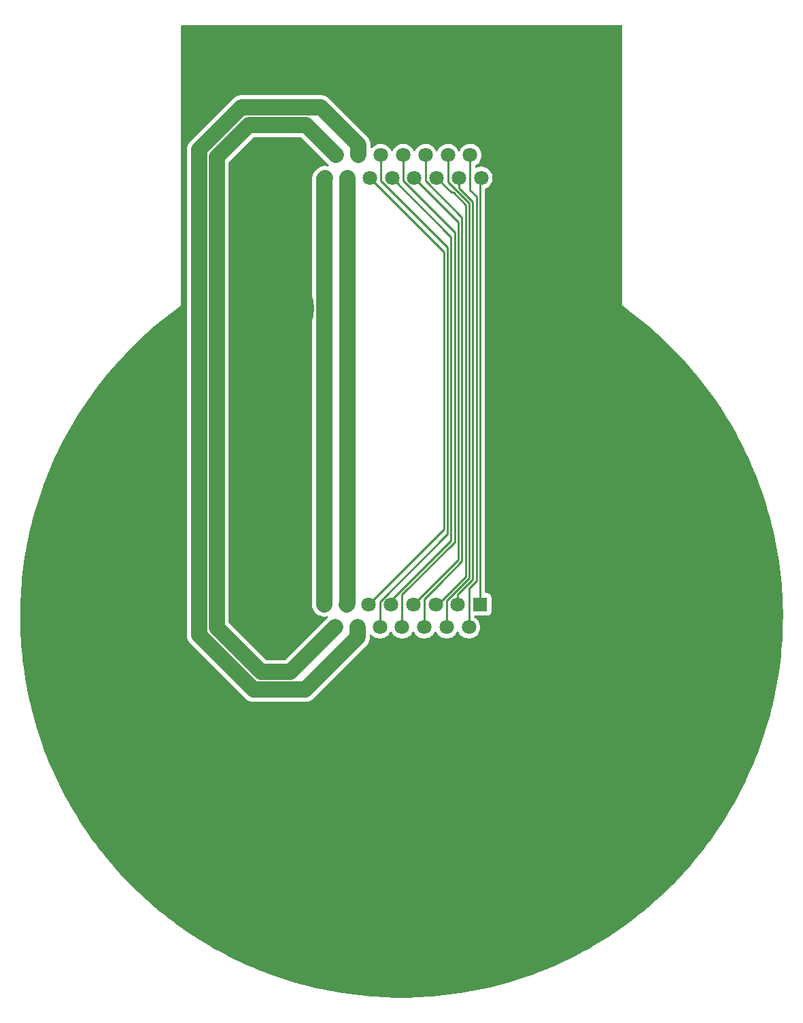
<source format=gbr>
%TF.GenerationSoftware,KiCad,Pcbnew,7.0.9*%
%TF.CreationDate,2024-05-16T17:58:55-06:00*%
%TF.ProjectId,KF50_Stepper_FT_1B_1O,4b463530-5f53-4746-9570-7065725f4654,rev?*%
%TF.SameCoordinates,Original*%
%TF.FileFunction,Copper,L2,Inr*%
%TF.FilePolarity,Positive*%
%FSLAX46Y46*%
G04 Gerber Fmt 4.6, Leading zero omitted, Abs format (unit mm)*
G04 Created by KiCad (PCBNEW 7.0.9) date 2024-05-16 17:58:55*
%MOMM*%
%LPD*%
G01*
G04 APERTURE LIST*
%TA.AperFunction,ComponentPad*%
%ADD10C,6.350000*%
%TD*%
%TA.AperFunction,ComponentPad*%
%ADD11C,1.800000*%
%TD*%
%TA.AperFunction,ComponentPad*%
%ADD12R,1.800000X1.800000*%
%TD*%
%TA.AperFunction,ComponentPad*%
%ADD13C,10.000000*%
%TD*%
%TA.AperFunction,Conductor*%
%ADD14C,2.000000*%
%TD*%
%TA.AperFunction,Conductor*%
%ADD15C,0.250000*%
%TD*%
G04 APERTURE END LIST*
D10*
%TO.N,GND*%
%TO.C,J4*%
X16660000Y56000000D03*
X-16660000Y56000000D03*
D11*
%TO.N,Net-(J3-Pad1)*%
X9860000Y54580000D03*
%TO.N,Net-(J3-Pad2)*%
X7080000Y54580000D03*
%TO.N,Net-(J3-Pad3)*%
X4300000Y54580000D03*
%TO.N,Net-(J3-Pad4)*%
X1520000Y54580000D03*
%TO.N,Net-(J3-Pad5)*%
X-1260000Y54580000D03*
%TO.N,Net-(J3-Pad6)*%
X-4040000Y54580000D03*
%TO.N,Net-(J3-Pad7)*%
X-6820000Y54580000D03*
%TO.N,Net-(J3-Pad8)*%
X-9600000Y54580000D03*
%TO.N,Net-(J3-P9)*%
X8470000Y57420000D03*
%TO.N,Net-(J3-P10)*%
X5690000Y57420000D03*
%TO.N,Net-(J3-P111)*%
X2910000Y57420000D03*
%TO.N,Net-(J3-P12)*%
X130000Y57420000D03*
%TO.N,Net-(J3-P13)*%
X-2650000Y57420000D03*
%TO.N,Net-(J3-P14)*%
X-5430000Y57420000D03*
%TO.N,Net-(J3-P15)*%
X-8210000Y57420000D03*
%TD*%
D10*
%TO.N,GND*%
%TO.C,J3*%
X-16660000Y0D03*
X16660000Y0D03*
D12*
%TO.N,Net-(J3-Pad1)*%
X9700000Y1420000D03*
D11*
%TO.N,Net-(J3-Pad2)*%
X6920000Y1420000D03*
%TO.N,Net-(J3-Pad3)*%
X4160000Y1420000D03*
%TO.N,Net-(J3-Pad4)*%
X1380000Y1420000D03*
%TO.N,Net-(J3-Pad5)*%
X-1380000Y1420000D03*
%TO.N,Net-(J3-Pad6)*%
X-4160000Y1420000D03*
%TO.N,Net-(J3-Pad7)*%
X-6920000Y1420000D03*
%TO.N,Net-(J3-Pad8)*%
X-9700000Y1420000D03*
%TO.N,Net-(J3-P9)*%
X8310000Y-1420000D03*
%TO.N,Net-(J3-P10)*%
X5540000Y-1420000D03*
%TO.N,Net-(J3-P111)*%
X2770000Y-1420000D03*
%TO.N,Net-(J3-P12)*%
X0Y-1420000D03*
%TO.N,Net-(J3-P13)*%
X-2770000Y-1420000D03*
%TO.N,Net-(J3-P14)*%
X-5540000Y-1420000D03*
%TO.N,Net-(J3-P15)*%
X-8310000Y-1420000D03*
%TD*%
D13*
%TO.N,GND*%
%TO.C,H8*%
X38271001Y15821362D03*
%TD*%
%TO.N,GND*%
%TO.C,H7*%
X38271001Y-15941362D03*
%TD*%
%TO.N,GND*%
%TO.C,H6*%
X15811362Y38281001D03*
%TD*%
%TO.N,GND*%
%TO.C,Hm*%
X15811362Y-38401001D03*
%TD*%
%TO.N,GND*%
%TO.C,H4*%
X-15951362Y38281001D03*
%TD*%
%TO.N,GND*%
%TO.C,H3*%
X-15951362Y-38401001D03*
%TD*%
%TO.N,GND*%
%TO.C,H2*%
X-38411001Y15821362D03*
%TD*%
%TO.N,GND*%
%TO.C,H1*%
X-38411001Y-15941362D03*
%TD*%
D14*
%TO.N,Net-(J3-P14)*%
X-5430000Y58692792D02*
X-5430000Y57420000D01*
X-10137208Y63400000D02*
X-5430000Y58692792D01*
X-20011270Y63400000D02*
X-10137208Y63400000D01*
X-25300000Y58111270D02*
X-20011270Y63400000D01*
X-25300000Y-2411270D02*
X-25300000Y58111270D01*
X-18506270Y-9205000D02*
X-25300000Y-2411270D01*
X-12052208Y-9205000D02*
X-18506270Y-9205000D01*
X-5540000Y-2692792D02*
X-12052208Y-9205000D01*
X-5540000Y-1420000D02*
X-5540000Y-2692792D01*
%TO.N,Net-(J3-P15)*%
X-13895000Y-7005000D02*
X-17595000Y-7005000D01*
X-17595000Y-7005000D02*
X-23100000Y-1500000D01*
X-23100000Y-1500000D02*
X-23100000Y57200000D01*
X-8310000Y-1420000D02*
X-13895000Y-7005000D01*
X-11990000Y61200000D02*
X-8210000Y57420000D01*
X-23100000Y57200000D02*
X-19100000Y61200000D01*
X-19100000Y61200000D02*
X-11990000Y61200000D01*
%TO.N,Net-(J3-Pad8)*%
X-9700000Y54480000D02*
X-9600000Y54580000D01*
X-9700000Y1420000D02*
X-9700000Y54480000D01*
%TO.N,Net-(J3-Pad7)*%
X-6820000Y54580000D02*
X-6820000Y1520000D01*
X-6820000Y1520000D02*
X-6920000Y1420000D01*
D15*
%TO.N,Net-(J3-Pad6)*%
X5200000Y45340000D02*
X-4040000Y54580000D01*
X5200000Y10780000D02*
X5200000Y45340000D01*
X-4160000Y1420000D02*
X5200000Y10780000D01*
%TO.N,Net-(J3-P13)*%
X-2650000Y54237588D02*
X-2650000Y57420000D01*
X5650000Y45937588D02*
X-2650000Y54237588D01*
X5650000Y10182412D02*
X5650000Y45937588D01*
X-2770000Y1762412D02*
X5650000Y10182412D01*
X-2770000Y-1420000D02*
X-2770000Y1762412D01*
%TO.N,Net-(J3-Pad5)*%
X6100000Y47220000D02*
X-1260000Y54580000D01*
X-1380000Y1906396D02*
X6100000Y9386396D01*
X6100000Y9386396D02*
X6100000Y47220000D01*
X-1380000Y1420000D02*
X-1380000Y1906396D01*
%TO.N,Net-(J3-P12)*%
X0Y2650000D02*
X0Y-1420000D01*
X6550000Y9200000D02*
X0Y2650000D01*
X6550000Y47817588D02*
X6550000Y9200000D01*
X130000Y54237588D02*
X6550000Y47817588D01*
X130000Y57420000D02*
X130000Y54237588D01*
%TO.N,Net-(J3-Pad4)*%
X7000000Y6986396D02*
X7000000Y49100000D01*
X5756802Y5743198D02*
X7000000Y6986396D01*
X5703198Y5743198D02*
X5756802Y5743198D01*
X7000000Y49100000D02*
X1520000Y54580000D01*
X1380000Y1420000D02*
X5703198Y5743198D01*
%TO.N,Net-(J3-P111)*%
X4588794Y3938794D02*
X7450000Y6800000D01*
X4588794Y3911206D02*
X4588794Y3938794D01*
X7450000Y49697588D02*
X7450000Y6800000D01*
X4588794Y3911206D02*
X2770000Y2092412D01*
X2770000Y2092412D02*
X2770000Y-1420000D01*
X2910000Y54237588D02*
X7450000Y49697588D01*
X2910000Y57420000D02*
X2910000Y54237588D01*
%TO.N,Net-(J3-Pad3)*%
X6363604Y52763604D02*
X6116396Y52763604D01*
X7900000Y51227208D02*
X6363604Y52763604D01*
X7900000Y4899188D02*
X7900000Y51227208D01*
X6116396Y52763604D02*
X4300000Y54580000D01*
X4420812Y1420000D02*
X7900000Y4899188D01*
X4160000Y1420000D02*
X4420812Y1420000D01*
%TO.N,Net-(J3-P10)*%
X5540000Y1902792D02*
X5540000Y-1420000D01*
X8350000Y4712792D02*
X5540000Y1902792D01*
X8350000Y51413604D02*
X8350000Y4712792D01*
X5690000Y54073604D02*
X8350000Y51413604D01*
X5690000Y57420000D02*
X5690000Y54073604D01*
%TO.N,Net-(J3-Pad2)*%
X8800000Y51600000D02*
X7080000Y53320000D01*
X7080000Y53320000D02*
X7080000Y54580000D01*
X6920000Y2646396D02*
X8800000Y4526396D01*
X6920000Y1420000D02*
X6920000Y2646396D01*
X8800000Y4526396D02*
X8800000Y51600000D01*
%TO.N,Net-(J3-P9)*%
X8470000Y53080000D02*
X8470000Y57420000D01*
X9250000Y52300000D02*
X8470000Y53080000D01*
X9250000Y4340000D02*
X9250000Y52300000D01*
X8310000Y3400000D02*
X9250000Y4340000D01*
X8310000Y-1420000D02*
X8310000Y3400000D01*
%TO.N,Net-(J3-Pad1)*%
X9700000Y1420000D02*
X9700000Y54420000D01*
X9700000Y54420000D02*
X9860000Y54580000D01*
%TD*%
%TA.AperFunction,Conductor*%
%TO.N,GND*%
G36*
X-12595851Y59679815D02*
G01*
X-12575209Y59663181D01*
X-9227129Y56315100D01*
X-9200709Y56292724D01*
X-9167656Y56264730D01*
X-9129223Y56206383D01*
X-9128435Y56136518D01*
X-9165545Y56077318D01*
X-9228769Y56047578D01*
X-9283178Y56051263D01*
X-9291019Y56053598D01*
X-9537779Y56084357D01*
X-9786237Y56074080D01*
X-10029614Y56023049D01*
X-10029621Y56023045D01*
X-10029625Y56023045D01*
X-10044204Y56017356D01*
X-10261274Y55932655D01*
X-10474894Y55805366D01*
X-10613777Y55687737D01*
X-10617121Y55684905D01*
X-10617122Y55684905D01*
X-10692413Y55609613D01*
X-10698170Y55604528D01*
X-10719744Y55587738D01*
X-10782950Y55519077D01*
X-10804902Y55497126D01*
X-10824966Y55473435D01*
X-10888164Y55404785D01*
X-10903117Y55381894D01*
X-10907697Y55375754D01*
X-10925366Y55354894D01*
X-10973139Y55274720D01*
X-11024173Y55196607D01*
X-11035149Y55171581D01*
X-11038659Y55164761D01*
X-11052656Y55141274D01*
X-11086579Y55054335D01*
X-11124063Y54968881D01*
X-11130774Y54942374D01*
X-11133112Y54935077D01*
X-11143049Y54909614D01*
X-11162198Y54818288D01*
X-11185108Y54727821D01*
X-11187364Y54700587D01*
X-11188472Y54692982D01*
X-11194081Y54666237D01*
X-11197937Y54572990D01*
X-11200500Y54542067D01*
X-11200500Y54511035D01*
X-11204357Y54417779D01*
X-11200976Y54390656D01*
X-11200500Y54382981D01*
X-11200500Y1357935D01*
X-11185109Y1172186D01*
X-11185107Y1172175D01*
X-11124063Y931118D01*
X-11024173Y703393D01*
X-10888166Y495217D01*
X-10888164Y495215D01*
X-10719744Y312262D01*
X-10527268Y162452D01*
X-10523506Y159524D01*
X-10304811Y41172D01*
X-10304802Y41169D01*
X-10218437Y11520D01*
X-10069614Y-39571D01*
X-9824335Y-80500D01*
X-9575666Y-80500D01*
X-9575665Y-80500D01*
X-9365386Y-45411D01*
X-9296024Y-53793D01*
X-9242201Y-98346D01*
X-9221011Y-164924D01*
X-9239179Y-232391D01*
X-9264838Y-262342D01*
X-9311479Y-301845D01*
X-9327126Y-315098D01*
X-9327128Y-315100D01*
X-9327129Y-315100D01*
X-14480209Y-5468181D01*
X-14541532Y-5501666D01*
X-14567890Y-5504500D01*
X-16922111Y-5504500D01*
X-16989150Y-5484815D01*
X-17009792Y-5468181D01*
X-21563181Y-914791D01*
X-21596666Y-853468D01*
X-21599500Y-827110D01*
X-21599500Y56527110D01*
X-21579815Y56594149D01*
X-21563181Y56614791D01*
X-18514791Y59663181D01*
X-18453468Y59696666D01*
X-18427110Y59699500D01*
X-12662890Y59699500D01*
X-12595851Y59679815D01*
G37*
%TD.AperFunction*%
%TA.AperFunction,Conductor*%
G36*
X27372539Y73619648D02*
G01*
X27418294Y73566844D01*
X27429500Y73515333D01*
X27429500Y38679588D01*
X27425110Y38664639D01*
X27429512Y38638471D01*
X27432839Y38635662D01*
X27441615Y38630709D01*
X28535360Y37830123D01*
X29617208Y36989268D01*
X30674352Y36117558D01*
X31705912Y35215719D01*
X32657958Y34333671D01*
X32712403Y34283154D01*
X33562460Y33448763D01*
X33692883Y33320510D01*
X34466608Y32515929D01*
X34645097Y32329921D01*
X35358500Y31543896D01*
X35568255Y31312210D01*
X36231711Y30537439D01*
X36461574Y30268245D01*
X37081614Y29500411D01*
X37324347Y29198849D01*
X37905786Y28434734D01*
X38155812Y28104965D01*
X38702071Y27342403D01*
X38955301Y26987474D01*
X39468979Y26224852D01*
X39722120Y25847345D01*
X40205198Y25083491D01*
X40455641Y24685515D01*
X40909628Y23919613D01*
X41155244Y23502964D01*
X41581212Y22734638D01*
X41820362Y22300652D01*
X42219086Y21529844D01*
X42450436Y21079586D01*
X42822802Y20305825D01*
X43044897Y19840872D01*
X43391558Y19063936D01*
X43603288Y18585467D01*
X43924587Y17805670D01*
X44125145Y17314412D01*
X44421480Y16531846D01*
X44610009Y16028820D01*
X44881689Y15243700D01*
X45057493Y14729727D01*
X45304818Y13942174D01*
X45467200Y13418276D01*
X45690380Y12628616D01*
X45838815Y12095494D01*
X46037994Y11304217D01*
X46172017Y10762499D01*
X46347372Y9969957D01*
X46466518Y9420456D01*
X46618221Y8626944D01*
X46722078Y8070458D01*
X46850279Y7276318D01*
X46938482Y6713656D01*
X47043307Y5919306D01*
X47115552Y5351161D01*
X47197108Y4557176D01*
X47253144Y3984075D01*
X47311552Y3190956D01*
X47351135Y2613626D01*
X47386527Y1821723D01*
X47409447Y1240915D01*
X47421943Y450862D01*
X47428031Y-132951D01*
X47417765Y-920656D01*
X47406871Y-1506723D01*
X47373981Y-2291633D01*
X47345986Y-2879336D01*
X47290613Y-3660951D01*
X47245427Y-4249584D01*
X47167717Y-5027430D01*
X47105280Y-5616342D01*
X47005402Y-6389803D01*
X46925654Y-6978524D01*
X46803795Y-7746973D01*
X46706709Y-8334914D01*
X46563022Y-9098003D01*
X46448633Y-9684356D01*
X46283320Y-10441501D01*
X46151620Y-11025839D01*
X45964915Y-11776382D01*
X45815940Y-12358135D01*
X45608027Y-13101684D01*
X45441873Y-13680141D01*
X45212971Y-14416191D01*
X45029725Y-14990781D01*
X44780082Y-15718772D01*
X44579842Y-16288953D01*
X44309713Y-17008354D01*
X44092604Y-17573561D01*
X43802239Y-18283888D01*
X43568417Y-18843534D01*
X43258111Y-19544229D01*
X43007719Y-20097817D01*
X42677751Y-20788391D01*
X42410977Y-21335359D01*
X42061661Y-22015284D01*
X41778698Y-22555112D01*
X41410359Y-23223877D01*
X41111398Y-23756082D01*
X40724344Y-24413227D01*
X40409661Y-24937217D01*
X40004238Y-25582250D01*
X39674043Y-26097584D01*
X39250634Y-26729983D01*
X38905177Y-27236183D01*
X38464105Y-27855542D01*
X38103721Y-28352041D01*
X37645387Y-28957866D01*
X37270299Y-29444289D01*
X36795126Y-30036089D01*
X36405658Y-30511949D01*
X35914056Y-31089277D01*
X35510469Y-31554189D01*
X35002857Y-32116612D01*
X34585561Y-32570047D01*
X34062281Y-33117236D01*
X33631665Y-33558726D01*
X33093160Y-34090259D01*
X32649569Y-34519408D01*
X32096319Y-35034850D01*
X31640074Y-35451306D01*
X31072621Y-35950195D01*
X30604055Y-36353614D01*
X30022809Y-36835628D01*
X29542396Y-37225561D01*
X28947831Y-37690342D01*
X28455968Y-38066435D01*
X27848579Y-38513628D01*
X27345669Y-38875542D01*
X26725935Y-39304820D01*
X26212456Y-39652182D01*
X25580894Y-40063215D01*
X25057263Y-40395722D01*
X24414372Y-40788205D01*
X23881020Y-41105556D01*
X23227412Y-41479141D01*
X22684765Y-41781062D01*
X22020922Y-42135496D01*
X21469454Y-42421698D01*
X20795929Y-42756705D01*
X20236202Y-43026881D01*
X19553450Y-43342250D01*
X18985916Y-43596167D01*
X18294583Y-43891612D01*
X17719688Y-44129054D01*
X17020379Y-44404335D01*
X16438584Y-44625097D01*
X15731817Y-44880024D01*
X15143688Y-45083876D01*
X14430047Y-45318250D01*
X13836076Y-45505011D01*
X13116106Y-45718664D01*
X12516856Y-45888147D01*
X11791155Y-46080909D01*
X11187060Y-46232982D01*
X10456285Y-46404690D01*
X9847906Y-46539203D01*
X9112561Y-46689744D01*
X8500411Y-46806576D01*
X7761224Y-46935811D01*
X7145773Y-47034863D01*
X6403213Y-47142716D01*
X5785184Y-47223868D01*
X5039792Y-47310262D01*
X4419647Y-47373453D01*
X3672132Y-47438307D01*
X3050344Y-47483487D01*
X2301359Y-47526748D01*
X1678424Y-47553875D01*
X928555Y-47575513D01*
X305106Y-47584558D01*
X-445106Y-47584558D01*
X-1068555Y-47575513D01*
X-1818424Y-47553875D01*
X-2441359Y-47526748D01*
X-3190344Y-47483487D01*
X-3812132Y-47438307D01*
X-4559647Y-47373453D01*
X-5179792Y-47310262D01*
X-5925184Y-47223868D01*
X-6543213Y-47142716D01*
X-7285773Y-47034863D01*
X-7901224Y-46935811D01*
X-8640411Y-46806576D01*
X-9252561Y-46689744D01*
X-9987906Y-46539203D01*
X-10596285Y-46404690D01*
X-11327060Y-46232982D01*
X-11931155Y-46080909D01*
X-12656856Y-45888147D01*
X-13256106Y-45718664D01*
X-13976076Y-45505011D01*
X-14570047Y-45318250D01*
X-15283688Y-45083876D01*
X-15871817Y-44880024D01*
X-16578584Y-44625097D01*
X-17160379Y-44404335D01*
X-17859688Y-44129054D01*
X-18434583Y-43891612D01*
X-19125916Y-43596167D01*
X-19693450Y-43342250D01*
X-20376202Y-43026881D01*
X-20935929Y-42756705D01*
X-21609454Y-42421698D01*
X-22160922Y-42135496D01*
X-22824765Y-41781062D01*
X-23367412Y-41479141D01*
X-24021020Y-41105556D01*
X-24554372Y-40788205D01*
X-25197263Y-40395722D01*
X-25720894Y-40063215D01*
X-26352456Y-39652182D01*
X-26865935Y-39304820D01*
X-27485669Y-38875542D01*
X-27988579Y-38513628D01*
X-28595968Y-38066435D01*
X-29087831Y-37690342D01*
X-29682396Y-37225561D01*
X-30162809Y-36835628D01*
X-30744055Y-36353614D01*
X-31212621Y-35950195D01*
X-31780074Y-35451306D01*
X-32236319Y-35034850D01*
X-32789569Y-34519408D01*
X-33233160Y-34090259D01*
X-33771665Y-33558726D01*
X-34202281Y-33117236D01*
X-34725561Y-32570047D01*
X-35142857Y-32116612D01*
X-35650469Y-31554189D01*
X-36054056Y-31089277D01*
X-36545658Y-30511949D01*
X-36935126Y-30036089D01*
X-37410299Y-29444289D01*
X-37785387Y-28957866D01*
X-38243721Y-28352041D01*
X-38604105Y-27855542D01*
X-39045177Y-27236183D01*
X-39390634Y-26729983D01*
X-39814043Y-26097584D01*
X-40144238Y-25582250D01*
X-40549661Y-24937217D01*
X-40864344Y-24413227D01*
X-41251398Y-23756082D01*
X-41550359Y-23223877D01*
X-41918698Y-22555112D01*
X-42201661Y-22015284D01*
X-42550977Y-21335359D01*
X-42817751Y-20788391D01*
X-43147719Y-20097817D01*
X-43398111Y-19544229D01*
X-43708417Y-18843534D01*
X-43942239Y-18283888D01*
X-44232604Y-17573561D01*
X-44449713Y-17008354D01*
X-44719842Y-16288953D01*
X-44920082Y-15718772D01*
X-45169725Y-14990781D01*
X-45352971Y-14416191D01*
X-45581873Y-13680141D01*
X-45748027Y-13101684D01*
X-45955940Y-12358135D01*
X-46104915Y-11776382D01*
X-46291620Y-11025839D01*
X-46423320Y-10441501D01*
X-46588633Y-9684356D01*
X-46703022Y-9098003D01*
X-46846709Y-8334914D01*
X-46943795Y-7746973D01*
X-47065654Y-6978524D01*
X-47145402Y-6389803D01*
X-47245280Y-5616342D01*
X-47307717Y-5027430D01*
X-47385427Y-4249584D01*
X-47430613Y-3660951D01*
X-47485986Y-2879336D01*
X-47511246Y-2349049D01*
X-26804357Y-2349049D01*
X-26800500Y-2442305D01*
X-26800500Y-2473337D01*
X-26797937Y-2504260D01*
X-26794081Y-2597507D01*
X-26788472Y-2624252D01*
X-26787364Y-2631852D01*
X-26785108Y-2659091D01*
X-26762198Y-2749558D01*
X-26743049Y-2840884D01*
X-26733112Y-2866347D01*
X-26730774Y-2873644D01*
X-26724063Y-2900151D01*
X-26686579Y-2985605D01*
X-26652656Y-3072544D01*
X-26638659Y-3096031D01*
X-26635149Y-3102851D01*
X-26624173Y-3127877D01*
X-26573139Y-3205990D01*
X-26525366Y-3286164D01*
X-26507697Y-3307024D01*
X-26503117Y-3313164D01*
X-26488164Y-3336055D01*
X-26424966Y-3404705D01*
X-26404902Y-3428396D01*
X-26382949Y-3450348D01*
X-26319744Y-3519008D01*
X-26298167Y-3535800D01*
X-26292422Y-3540874D01*
X-19635874Y-10197422D01*
X-19630800Y-10203167D01*
X-19614008Y-10224744D01*
X-19545348Y-10287949D01*
X-19523396Y-10309902D01*
X-19499705Y-10329966D01*
X-19431055Y-10393164D01*
X-19408164Y-10408117D01*
X-19402024Y-10412697D01*
X-19381164Y-10430366D01*
X-19300990Y-10478139D01*
X-19222877Y-10529173D01*
X-19197851Y-10540149D01*
X-19191031Y-10543659D01*
X-19167544Y-10557656D01*
X-19080605Y-10591579D01*
X-18995151Y-10629063D01*
X-18968644Y-10635774D01*
X-18961347Y-10638112D01*
X-18935884Y-10648049D01*
X-18844567Y-10667196D01*
X-18754091Y-10690108D01*
X-18726854Y-10692364D01*
X-18719250Y-10693471D01*
X-18692507Y-10699080D01*
X-18599275Y-10702936D01*
X-18568337Y-10705500D01*
X-18568336Y-10705500D01*
X-18537296Y-10705500D01*
X-18444049Y-10709357D01*
X-18428118Y-10707371D01*
X-18416928Y-10705977D01*
X-18409252Y-10705500D01*
X-12149227Y-10705500D01*
X-12141555Y-10705975D01*
X-12114429Y-10709357D01*
X-12021173Y-10705500D01*
X-11990141Y-10705500D01*
X-11959217Y-10702937D01*
X-11865971Y-10699081D01*
X-11854088Y-10696589D01*
X-11839224Y-10693473D01*
X-11831614Y-10692364D01*
X-11804395Y-10690109D01*
X-11804392Y-10690108D01*
X-11804387Y-10690108D01*
X-11713919Y-10667198D01*
X-11622594Y-10648049D01*
X-11597140Y-10638116D01*
X-11589817Y-10635771D01*
X-11588116Y-10635340D01*
X-11563327Y-10629063D01*
X-11515355Y-10608020D01*
X-11477871Y-10591579D01*
X-11390938Y-10557658D01*
X-11390928Y-10557653D01*
X-11380865Y-10551656D01*
X-11367451Y-10543663D01*
X-11360620Y-10540147D01*
X-11335601Y-10529173D01*
X-11308520Y-10511480D01*
X-11257486Y-10478139D01*
X-11177321Y-10430370D01*
X-11177314Y-10430366D01*
X-11156458Y-10412702D01*
X-11150294Y-10408106D01*
X-11127426Y-10393166D01*
X-11127425Y-10393165D01*
X-11127423Y-10393164D01*
X-11058772Y-10329966D01*
X-11035082Y-10309902D01*
X-11035074Y-10309894D01*
X-11013129Y-10287950D01*
X-10944473Y-10224747D01*
X-10944472Y-10224746D01*
X-10944470Y-10224744D01*
X-10927681Y-10203174D01*
X-10922592Y-10197412D01*
X-4547587Y-3822407D01*
X-4541822Y-3817316D01*
X-4520257Y-3800531D01*
X-4457049Y-3731870D01*
X-4435100Y-3709921D01*
X-4415033Y-3686227D01*
X-4351837Y-3617578D01*
X-4351836Y-3617577D01*
X-4336887Y-3594696D01*
X-4332296Y-3588539D01*
X-4314634Y-3567686D01*
X-4266863Y-3487516D01*
X-4242579Y-3450347D01*
X-4215826Y-3409399D01*
X-4204847Y-3384370D01*
X-4201329Y-3377536D01*
X-4187348Y-3354072D01*
X-4187341Y-3354059D01*
X-4153422Y-3267132D01*
X-4115939Y-3181679D01*
X-4115935Y-3181665D01*
X-4109227Y-3155179D01*
X-4106882Y-3147859D01*
X-4096952Y-3122408D01*
X-4096951Y-3122406D01*
X-4077801Y-3031080D01*
X-4054892Y-2940613D01*
X-4054891Y-2940611D01*
X-4054891Y-2940610D01*
X-4052635Y-2913382D01*
X-4051526Y-2905775D01*
X-4045918Y-2879025D01*
X-4042062Y-2785782D01*
X-4039500Y-2754856D01*
X-4039500Y-2723827D01*
X-4035643Y-2630571D01*
X-4039024Y-2603448D01*
X-4039500Y-2595773D01*
X-4039500Y-2426564D01*
X-4019815Y-2359525D01*
X-3967011Y-2313770D01*
X-3897853Y-2303826D01*
X-3834297Y-2332851D01*
X-3824279Y-2342573D01*
X-3721784Y-2453913D01*
X-3538626Y-2596470D01*
X-3334503Y-2706936D01*
X-3114981Y-2782298D01*
X-2886049Y-2820500D01*
X-2886048Y-2820500D01*
X-2653952Y-2820500D01*
X-2653951Y-2820500D01*
X-2425019Y-2782298D01*
X-2425017Y-2782297D01*
X-2425015Y-2782297D01*
X-2254699Y-2723827D01*
X-2205497Y-2706936D01*
X-2001374Y-2596470D01*
X-2001371Y-2596468D01*
X-2001365Y-2596464D01*
X-1818222Y-2453918D01*
X-1818219Y-2453915D01*
X-1818216Y-2453913D01*
X-1661021Y-2283153D01*
X-1661019Y-2283151D01*
X-1661016Y-2283147D01*
X-1534075Y-2088848D01*
X-1498556Y-2007872D01*
X-1453600Y-1954386D01*
X-1386864Y-1933696D01*
X-1319536Y-1952371D01*
X-1272993Y-2004481D01*
X-1271444Y-2007872D01*
X-1235924Y-2088849D01*
X-1108979Y-2283153D01*
X-951784Y-2453913D01*
X-768626Y-2596470D01*
X-564503Y-2706936D01*
X-344981Y-2782298D01*
X-116049Y-2820500D01*
X-116048Y-2820500D01*
X116048Y-2820500D01*
X116049Y-2820500D01*
X344981Y-2782298D01*
X564503Y-2706936D01*
X768626Y-2596470D01*
X951784Y-2453913D01*
X1108979Y-2283153D01*
X1235924Y-2088849D01*
X1271444Y-2007872D01*
X1316400Y-1954386D01*
X1383136Y-1933696D01*
X1450464Y-1952371D01*
X1497007Y-2004481D01*
X1498556Y-2007872D01*
X1534075Y-2088848D01*
X1661016Y-2283147D01*
X1661019Y-2283151D01*
X1661021Y-2283153D01*
X1818216Y-2453913D01*
X1818219Y-2453915D01*
X1818222Y-2453918D01*
X2001365Y-2596464D01*
X2001371Y-2596468D01*
X2001374Y-2596470D01*
X2205497Y-2706936D01*
X2254699Y-2723827D01*
X2425015Y-2782297D01*
X2425017Y-2782297D01*
X2425019Y-2782298D01*
X2653951Y-2820500D01*
X2653952Y-2820500D01*
X2886048Y-2820500D01*
X2886049Y-2820500D01*
X3114981Y-2782298D01*
X3334503Y-2706936D01*
X3538626Y-2596470D01*
X3721784Y-2453913D01*
X3878979Y-2283153D01*
X4005924Y-2088849D01*
X4041444Y-2007872D01*
X4086400Y-1954386D01*
X4153136Y-1933696D01*
X4220464Y-1952371D01*
X4267007Y-2004481D01*
X4268556Y-2007872D01*
X4304075Y-2088848D01*
X4431016Y-2283147D01*
X4431019Y-2283151D01*
X4431021Y-2283153D01*
X4588216Y-2453913D01*
X4588219Y-2453915D01*
X4588222Y-2453918D01*
X4771365Y-2596464D01*
X4771371Y-2596468D01*
X4771374Y-2596470D01*
X4975497Y-2706936D01*
X5024699Y-2723827D01*
X5195015Y-2782297D01*
X5195017Y-2782297D01*
X5195019Y-2782298D01*
X5423951Y-2820500D01*
X5423952Y-2820500D01*
X5656048Y-2820500D01*
X5656049Y-2820500D01*
X5884981Y-2782298D01*
X6104503Y-2706936D01*
X6308626Y-2596470D01*
X6491784Y-2453913D01*
X6648979Y-2283153D01*
X6775924Y-2088849D01*
X6811444Y-2007872D01*
X6856400Y-1954386D01*
X6923136Y-1933696D01*
X6990464Y-1952371D01*
X7037007Y-2004481D01*
X7038556Y-2007872D01*
X7074075Y-2088848D01*
X7201016Y-2283147D01*
X7201019Y-2283151D01*
X7201021Y-2283153D01*
X7358216Y-2453913D01*
X7358219Y-2453915D01*
X7358222Y-2453918D01*
X7541365Y-2596464D01*
X7541371Y-2596468D01*
X7541374Y-2596470D01*
X7745497Y-2706936D01*
X7794699Y-2723827D01*
X7965015Y-2782297D01*
X7965017Y-2782297D01*
X7965019Y-2782298D01*
X8193951Y-2820500D01*
X8193952Y-2820500D01*
X8426048Y-2820500D01*
X8426049Y-2820500D01*
X8654981Y-2782298D01*
X8874503Y-2706936D01*
X9078626Y-2596470D01*
X9261784Y-2453913D01*
X9418979Y-2283153D01*
X9545924Y-2088849D01*
X9639157Y-1876300D01*
X9696134Y-1651305D01*
X9696135Y-1651297D01*
X9715300Y-1420006D01*
X9715300Y-1419993D01*
X9696135Y-1188702D01*
X9696133Y-1188691D01*
X9639157Y-963699D01*
X9545924Y-751151D01*
X9418983Y-556852D01*
X9418980Y-556849D01*
X9418979Y-556847D01*
X9261784Y-386087D01*
X9261779Y-386083D01*
X9261777Y-386081D01*
X9078634Y-243535D01*
X9078623Y-243528D01*
X9023235Y-213553D01*
X8973645Y-164333D01*
X8958538Y-96117D01*
X8982709Y-30561D01*
X9038485Y11520D01*
X9082248Y19500D01*
X10647872Y19501D01*
X10647876Y19501D01*
X10707483Y25908D01*
X10842328Y76202D01*
X10842335Y76206D01*
X10957544Y162452D01*
X10957547Y162455D01*
X11043793Y277664D01*
X11043797Y277671D01*
X11094091Y412517D01*
X11100500Y472127D01*
X11100499Y2367872D01*
X11094091Y2427483D01*
X11043796Y2562331D01*
X10957546Y2677546D01*
X10842331Y2763796D01*
X10707483Y2814091D01*
X10647873Y2820500D01*
X10449499Y2820499D01*
X10382461Y2840183D01*
X10336706Y2892987D01*
X10325500Y2944499D01*
X10325500Y53170541D01*
X10345185Y53237580D01*
X10397989Y53283335D01*
X10409233Y53287821D01*
X10424497Y53293061D01*
X10424504Y53293064D01*
X10628628Y53403531D01*
X10628634Y53403535D01*
X10811777Y53546081D01*
X10811780Y53546084D01*
X10811784Y53546087D01*
X10968979Y53716847D01*
X10968980Y53716849D01*
X10968983Y53716852D01*
X11095924Y53911151D01*
X11189157Y54123699D01*
X11246133Y54348691D01*
X11246135Y54348702D01*
X11265300Y54579993D01*
X11265300Y54580006D01*
X11246135Y54811297D01*
X11246133Y54811308D01*
X11244365Y54818288D01*
X11189157Y55036300D01*
X11095924Y55248849D01*
X10968979Y55443153D01*
X10811784Y55613913D01*
X10628626Y55756470D01*
X10424503Y55866936D01*
X10204981Y55942298D01*
X9976049Y55980500D01*
X9743951Y55980500D01*
X9515019Y55942298D01*
X9515017Y55942297D01*
X9515015Y55942297D01*
X9423449Y55910862D01*
X9295497Y55866936D01*
X9295492Y55866933D01*
X9295486Y55866931D01*
X9278518Y55857748D01*
X9210190Y55843152D01*
X9144818Y55867814D01*
X9103157Y55923905D01*
X9095500Y55966802D01*
X9095500Y56092185D01*
X9115185Y56159224D01*
X9160482Y56201239D01*
X9238619Y56243525D01*
X9238634Y56243535D01*
X9421777Y56386081D01*
X9421780Y56386084D01*
X9421784Y56386087D01*
X9578979Y56556847D01*
X9578980Y56556849D01*
X9578983Y56556852D01*
X9705924Y56751151D01*
X9799157Y56963699D01*
X9856133Y57188691D01*
X9856135Y57188702D01*
X9875300Y57419993D01*
X9875300Y57420006D01*
X9856135Y57651297D01*
X9856133Y57651308D01*
X9799157Y57876300D01*
X9723382Y58049049D01*
X9705924Y58088849D01*
X9578979Y58283153D01*
X9421784Y58453913D01*
X9277341Y58566337D01*
X9238634Y58596464D01*
X9238631Y58596465D01*
X9238626Y58596470D01*
X9034503Y58706936D01*
X8814981Y58782298D01*
X8586049Y58820500D01*
X8353951Y58820500D01*
X8125019Y58782298D01*
X8125017Y58782297D01*
X8125015Y58782297D01*
X8045092Y58754859D01*
X7905497Y58706936D01*
X7701374Y58596470D01*
X7701372Y58596468D01*
X7701371Y58596468D01*
X7701365Y58596464D01*
X7518222Y58453918D01*
X7518216Y58453913D01*
X7361021Y58283153D01*
X7361019Y58283151D01*
X7361016Y58283147D01*
X7234075Y58088848D01*
X7193556Y57996473D01*
X7148600Y57942987D01*
X7081864Y57922297D01*
X7014536Y57940972D01*
X6967993Y57993082D01*
X6966444Y57996473D01*
X6943382Y58049049D01*
X6925924Y58088849D01*
X6798979Y58283153D01*
X6641784Y58453913D01*
X6497341Y58566337D01*
X6458634Y58596464D01*
X6458631Y58596465D01*
X6458626Y58596470D01*
X6254503Y58706936D01*
X6034981Y58782298D01*
X5806049Y58820500D01*
X5573951Y58820500D01*
X5345019Y58782298D01*
X5345017Y58782297D01*
X5345015Y58782297D01*
X5265092Y58754859D01*
X5125497Y58706936D01*
X4921374Y58596470D01*
X4921372Y58596468D01*
X4921371Y58596468D01*
X4921365Y58596464D01*
X4738222Y58453918D01*
X4738216Y58453913D01*
X4581021Y58283153D01*
X4581019Y58283151D01*
X4581016Y58283147D01*
X4454075Y58088848D01*
X4413556Y57996473D01*
X4368600Y57942987D01*
X4301864Y57922297D01*
X4234536Y57940972D01*
X4187993Y57993082D01*
X4186444Y57996473D01*
X4163382Y58049049D01*
X4145924Y58088849D01*
X4018979Y58283153D01*
X3861784Y58453913D01*
X3717341Y58566337D01*
X3678634Y58596464D01*
X3678631Y58596465D01*
X3678626Y58596470D01*
X3474503Y58706936D01*
X3254981Y58782298D01*
X3026049Y58820500D01*
X2793951Y58820500D01*
X2565019Y58782298D01*
X2565017Y58782297D01*
X2565015Y58782297D01*
X2485092Y58754859D01*
X2345497Y58706936D01*
X2141374Y58596470D01*
X2141372Y58596468D01*
X2141371Y58596468D01*
X2141365Y58596464D01*
X1958222Y58453918D01*
X1958216Y58453913D01*
X1801021Y58283153D01*
X1801019Y58283151D01*
X1801016Y58283147D01*
X1674075Y58088848D01*
X1633556Y57996473D01*
X1588600Y57942987D01*
X1521864Y57922297D01*
X1454536Y57940972D01*
X1407993Y57993082D01*
X1406444Y57996473D01*
X1383382Y58049049D01*
X1365924Y58088849D01*
X1238979Y58283153D01*
X1081784Y58453913D01*
X937341Y58566337D01*
X898634Y58596464D01*
X898631Y58596465D01*
X898626Y58596470D01*
X694503Y58706936D01*
X474981Y58782298D01*
X246049Y58820500D01*
X13951Y58820500D01*
X-214981Y58782298D01*
X-434503Y58706936D01*
X-638626Y58596470D01*
X-638631Y58596465D01*
X-638634Y58596464D01*
X-677341Y58566337D01*
X-821784Y58453913D01*
X-978979Y58283153D01*
X-1105924Y58088849D01*
X-1123382Y58049049D01*
X-1146444Y57996473D01*
X-1191400Y57942987D01*
X-1258136Y57922297D01*
X-1325464Y57940972D01*
X-1372007Y57993082D01*
X-1373556Y57996473D01*
X-1414075Y58088848D01*
X-1541016Y58283147D01*
X-1541019Y58283151D01*
X-1541021Y58283153D01*
X-1698216Y58453913D01*
X-1698222Y58453918D01*
X-1881365Y58596464D01*
X-1881371Y58596468D01*
X-1881372Y58596468D01*
X-1881374Y58596470D01*
X-2085497Y58706936D01*
X-2225092Y58754859D01*
X-2305015Y58782297D01*
X-2305017Y58782297D01*
X-2305019Y58782298D01*
X-2533951Y58820500D01*
X-2766049Y58820500D01*
X-2994981Y58782298D01*
X-3214503Y58706936D01*
X-3418626Y58596470D01*
X-3418631Y58596465D01*
X-3418634Y58596464D01*
X-3457341Y58566337D01*
X-3601784Y58453913D01*
X-3714272Y58331717D01*
X-3774156Y58295728D01*
X-3843994Y58297827D01*
X-3901611Y58337351D01*
X-3928713Y58401750D01*
X-3929500Y58415701D01*
X-3929500Y58595773D01*
X-3929024Y58603448D01*
X-3925643Y58630572D01*
X-3929500Y58723818D01*
X-3929500Y58754857D01*
X-3932063Y58785797D01*
X-3935919Y58879027D01*
X-3941526Y58905771D01*
X-3942635Y58913379D01*
X-3944891Y58940612D01*
X-3967803Y59031089D01*
X-3968844Y59036055D01*
X-3986951Y59122406D01*
X-3996882Y59147859D01*
X-3999227Y59155179D01*
X-4005935Y59181665D01*
X-4005939Y59181679D01*
X-4043425Y59267140D01*
X-4077344Y59354063D01*
X-4077347Y59354070D01*
X-4091328Y59377534D01*
X-4094846Y59384368D01*
X-4105824Y59409394D01*
X-4156865Y59487519D01*
X-4204634Y59567687D01*
X-4212783Y59577307D01*
X-4222296Y59588539D01*
X-4226887Y59594696D01*
X-4228517Y59597192D01*
X-4241836Y59617577D01*
X-4305044Y59686239D01*
X-4316275Y59699500D01*
X-4325101Y59709921D01*
X-4347038Y59731858D01*
X-4378647Y59766194D01*
X-4410256Y59800530D01*
X-4431830Y59817321D01*
X-4437582Y59822401D01*
X-9007594Y64392414D01*
X-9012683Y64398176D01*
X-9012687Y64398181D01*
X-9029470Y64419744D01*
X-9029473Y64419747D01*
X-9098129Y64482950D01*
X-9120074Y64504894D01*
X-9120075Y64504895D01*
X-9120076Y64504896D01*
X-9120082Y64504902D01*
X-9143772Y64524966D01*
X-9212423Y64588164D01*
X-9235294Y64603106D01*
X-9241461Y64607704D01*
X-9262313Y64625365D01*
X-9262314Y64625366D01*
X-9294713Y64644671D01*
X-9342486Y64673139D01*
X-9393520Y64706480D01*
X-9420601Y64724173D01*
X-9445622Y64735148D01*
X-9452451Y64738663D01*
X-9465865Y64746656D01*
X-9475928Y64752653D01*
X-9475938Y64752658D01*
X-9562871Y64786579D01*
X-9600355Y64803020D01*
X-9648327Y64824063D01*
X-9674817Y64830771D01*
X-9682141Y64833117D01*
X-9707594Y64843049D01*
X-9798919Y64862198D01*
X-9889387Y64885108D01*
X-9889392Y64885108D01*
X-9889395Y64885109D01*
X-9916614Y64887364D01*
X-9924224Y64888473D01*
X-9939088Y64891589D01*
X-9950971Y64894081D01*
X-10044217Y64897937D01*
X-10075141Y64900500D01*
X-10075142Y64900500D01*
X-10106173Y64900500D01*
X-10199429Y64904357D01*
X-10226555Y64900975D01*
X-10234227Y64900500D01*
X-19914251Y64900500D01*
X-19921922Y64900975D01*
X-19949049Y64904357D01*
X-20042305Y64900500D01*
X-20073337Y64900500D01*
X-20104260Y64897937D01*
X-20197507Y64894081D01*
X-20220174Y64889327D01*
X-20224252Y64888473D01*
X-20231863Y64887364D01*
X-20235918Y64887027D01*
X-20259091Y64885108D01*
X-20349544Y64862202D01*
X-20440884Y64843050D01*
X-20466353Y64833110D01*
X-20473655Y64830771D01*
X-20500151Y64824063D01*
X-20585602Y64786580D01*
X-20672543Y64752656D01*
X-20696034Y64738657D01*
X-20702841Y64735154D01*
X-20727877Y64724173D01*
X-20805994Y64673136D01*
X-20886164Y64625366D01*
X-20907024Y64607697D01*
X-20913164Y64603117D01*
X-20936055Y64588164D01*
X-21004705Y64524966D01*
X-21028396Y64504902D01*
X-21050348Y64482949D01*
X-21119008Y64419744D01*
X-21135800Y64398167D01*
X-21140874Y64392422D01*
X-26292422Y59240874D01*
X-26298167Y59235800D01*
X-26319744Y59219008D01*
X-26382949Y59150348D01*
X-26404902Y59128396D01*
X-26424966Y59104705D01*
X-26488164Y59036055D01*
X-26503117Y59013164D01*
X-26507697Y59007024D01*
X-26525366Y58986164D01*
X-26573139Y58905990D01*
X-26624173Y58827877D01*
X-26635149Y58802851D01*
X-26638659Y58796031D01*
X-26652656Y58772544D01*
X-26686579Y58685605D01*
X-26724063Y58600151D01*
X-26730774Y58573644D01*
X-26733112Y58566347D01*
X-26743049Y58540884D01*
X-26762198Y58449558D01*
X-26785108Y58359091D01*
X-26786909Y58337351D01*
X-26787364Y58331857D01*
X-26788472Y58324252D01*
X-26794081Y58297507D01*
X-26797937Y58204260D01*
X-26800500Y58173337D01*
X-26800500Y58142305D01*
X-26804357Y58049049D01*
X-26800976Y58021926D01*
X-26800500Y58014251D01*
X-26800500Y-2314251D01*
X-26800975Y-2321921D01*
X-26804357Y-2349049D01*
X-47511246Y-2349049D01*
X-47513981Y-2291633D01*
X-47546871Y-1506723D01*
X-47557765Y-920656D01*
X-47568031Y-132951D01*
X-47561943Y450862D01*
X-47549447Y1240915D01*
X-47526527Y1821723D01*
X-47491135Y2613626D01*
X-47451552Y3190956D01*
X-47393144Y3984075D01*
X-47337108Y4557176D01*
X-47255552Y5351161D01*
X-47183307Y5919306D01*
X-47078482Y6713656D01*
X-46990279Y7276318D01*
X-46862078Y8070458D01*
X-46758221Y8626944D01*
X-46606518Y9420456D01*
X-46487372Y9969957D01*
X-46312017Y10762499D01*
X-46177994Y11304217D01*
X-45978815Y12095494D01*
X-45830380Y12628616D01*
X-45607200Y13418276D01*
X-45444818Y13942174D01*
X-45197493Y14729727D01*
X-45021689Y15243700D01*
X-44750009Y16028820D01*
X-44561480Y16531846D01*
X-44265145Y17314412D01*
X-44064587Y17805670D01*
X-43743288Y18585467D01*
X-43531558Y19063936D01*
X-43184897Y19840872D01*
X-42962802Y20305825D01*
X-42590436Y21079586D01*
X-42359086Y21529844D01*
X-41960362Y22300652D01*
X-41721212Y22734638D01*
X-41295244Y23502964D01*
X-41049628Y23919613D01*
X-40595641Y24685515D01*
X-40345198Y25083491D01*
X-39862120Y25847345D01*
X-39608979Y26224852D01*
X-39095301Y26987474D01*
X-38842071Y27342403D01*
X-38295812Y28104965D01*
X-38045786Y28434734D01*
X-37464347Y29198849D01*
X-37221614Y29500411D01*
X-36601574Y30268245D01*
X-36371711Y30537439D01*
X-35708255Y31312210D01*
X-35498500Y31543896D01*
X-34785097Y32329921D01*
X-34606608Y32515929D01*
X-33832883Y33320510D01*
X-33702460Y33448763D01*
X-32852403Y34283154D01*
X-32797958Y34333671D01*
X-31845912Y35215719D01*
X-30814352Y36117558D01*
X-29757208Y36989268D01*
X-28675360Y37830123D01*
X-27581615Y38630709D01*
X-27572839Y38635662D01*
X-27569512Y38638471D01*
X-27565471Y38662493D01*
X-27569363Y38673758D01*
X-27569500Y38679588D01*
X-27569500Y73515333D01*
X-27549815Y73582372D01*
X-27497011Y73628127D01*
X-27445500Y73639333D01*
X27305500Y73639333D01*
X27372539Y73619648D01*
G37*
%TD.AperFunction*%
%TD*%
M02*

</source>
